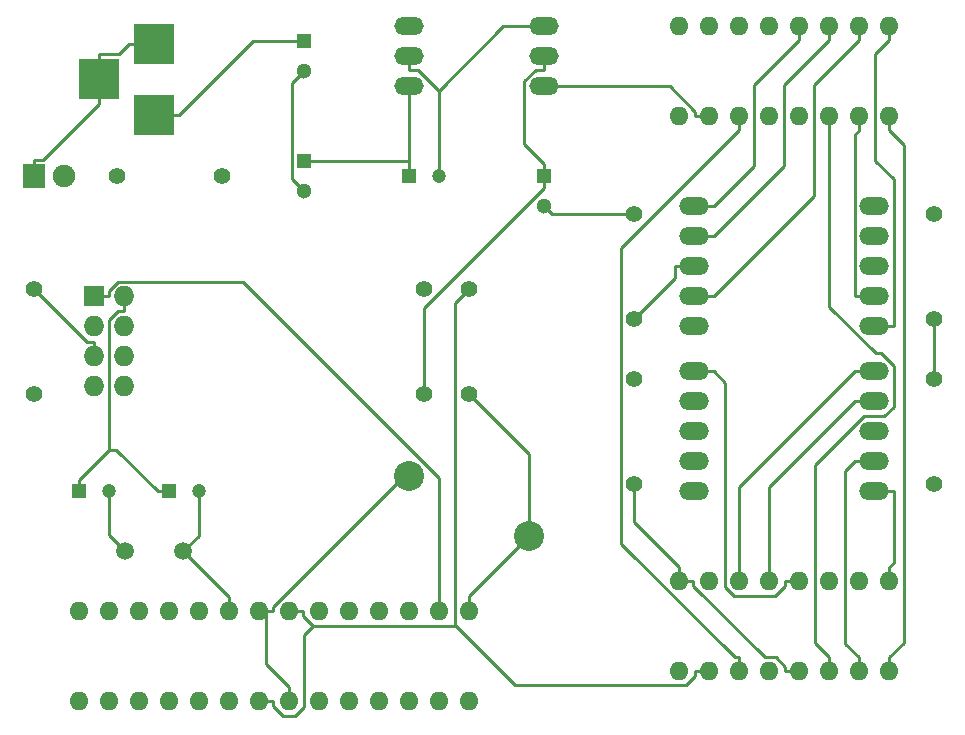
<source format=gbr>
G04 #@! TF.FileFunction,Copper,L2,Bot,Signal*
%FSLAX46Y46*%
G04 Gerber Fmt 4.6, Leading zero omitted, Abs format (unit mm)*
G04 Created by KiCad (PCBNEW 4.0.2-stable) date Sunday, 21 August 2016 'amt' 04:24:01*
%MOMM*%
G01*
G04 APERTURE LIST*
%ADD10C,0.100000*%
%ADD11O,2.499360X1.501140*%
%ADD12R,3.500120X3.500120*%
%ADD13C,1.300000*%
%ADD14R,1.300000X1.300000*%
%ADD15R,1.200000X1.200000*%
%ADD16C,1.200000*%
%ADD17R,1.900000X2.000000*%
%ADD18C,1.900000*%
%ADD19O,2.524000X1.524000*%
%ADD20R,1.727200X1.727200*%
%ADD21O,1.727200X1.727200*%
%ADD22O,1.600000X1.600000*%
%ADD23C,1.397000*%
%ADD24C,2.540000*%
%ADD25C,1.501140*%
%ADD26C,0.250000*%
G04 APERTURE END LIST*
D10*
D11*
X92710000Y-77470000D03*
X92710000Y-74930000D03*
X92710000Y-80010000D03*
X104140000Y-77470000D03*
X104140000Y-74930000D03*
X104140000Y-80010000D03*
D12*
X71120000Y-82400140D03*
X71120000Y-76400660D03*
X66421000Y-79400400D03*
D13*
X83820000Y-78700000D03*
D14*
X83820000Y-76200000D03*
D13*
X83820000Y-88860000D03*
D14*
X83820000Y-86360000D03*
D15*
X92710000Y-87630000D03*
D16*
X95210000Y-87630000D03*
D13*
X104140000Y-90130000D03*
D14*
X104140000Y-87630000D03*
D15*
X64770000Y-114300000D03*
D16*
X67270000Y-114300000D03*
D15*
X72390000Y-114300000D03*
D16*
X74890000Y-114300000D03*
D17*
X60960000Y-87630000D03*
D18*
X63500000Y-87630000D03*
D19*
X116840000Y-90170000D03*
X116840000Y-92710000D03*
X116840000Y-95250000D03*
X116840000Y-97790000D03*
X116840000Y-100330000D03*
X132080000Y-100330000D03*
X132080000Y-97790000D03*
X132080000Y-95250000D03*
X132080000Y-92710000D03*
X132080000Y-90170000D03*
X116840000Y-104140000D03*
X116840000Y-106680000D03*
X116840000Y-109220000D03*
X116840000Y-111760000D03*
X116840000Y-114300000D03*
X132080000Y-114300000D03*
X132080000Y-111760000D03*
X132080000Y-109220000D03*
X132080000Y-106680000D03*
X132080000Y-104140000D03*
D20*
X66040000Y-97790000D03*
D21*
X68580000Y-97790000D03*
X66040000Y-100330000D03*
X68580000Y-100330000D03*
X66040000Y-102870000D03*
X68580000Y-102870000D03*
X66040000Y-105410000D03*
X68580000Y-105410000D03*
D22*
X97790000Y-124460000D03*
X95250000Y-124460000D03*
X92710000Y-124460000D03*
X90170000Y-124460000D03*
X87630000Y-124460000D03*
X85090000Y-124460000D03*
X82550000Y-124460000D03*
X80010000Y-124460000D03*
X77470000Y-124460000D03*
X74930000Y-124460000D03*
X72390000Y-124460000D03*
X69850000Y-124460000D03*
X67310000Y-124460000D03*
X64770000Y-124460000D03*
X64770000Y-132080000D03*
X67310000Y-132080000D03*
X69850000Y-132080000D03*
X72390000Y-132080000D03*
X74930000Y-132080000D03*
X77470000Y-132080000D03*
X80010000Y-132080000D03*
X82550000Y-132080000D03*
X85090000Y-132080000D03*
X87630000Y-132080000D03*
X90170000Y-132080000D03*
X92710000Y-132080000D03*
X95250000Y-132080000D03*
X97790000Y-132080000D03*
D23*
X67945000Y-87630000D03*
X76835000Y-87630000D03*
X97790000Y-97155000D03*
X97790000Y-106045000D03*
X137160000Y-99695000D03*
X137160000Y-90805000D03*
X111760000Y-90805000D03*
X111760000Y-99695000D03*
X111760000Y-113665000D03*
X111760000Y-104775000D03*
X137160000Y-104775000D03*
X137160000Y-113665000D03*
X93980000Y-106045000D03*
X93980000Y-97155000D03*
X60960000Y-97155000D03*
X60960000Y-106045000D03*
D22*
X133350000Y-74930000D03*
X130810000Y-74930000D03*
X128270000Y-74930000D03*
X125730000Y-74930000D03*
X123190000Y-74930000D03*
X120650000Y-74930000D03*
X118110000Y-74930000D03*
X115570000Y-74930000D03*
X115570000Y-82550000D03*
X118110000Y-82550000D03*
X120650000Y-82550000D03*
X123190000Y-82550000D03*
X125730000Y-82550000D03*
X128270000Y-82550000D03*
X130810000Y-82550000D03*
X133350000Y-82550000D03*
X133350000Y-121920000D03*
X130810000Y-121920000D03*
X128270000Y-121920000D03*
X125730000Y-121920000D03*
X123190000Y-121920000D03*
X120650000Y-121920000D03*
X118110000Y-121920000D03*
X115570000Y-121920000D03*
X115570000Y-129540000D03*
X118110000Y-129540000D03*
X120650000Y-129540000D03*
X123190000Y-129540000D03*
X125730000Y-129540000D03*
X128270000Y-129540000D03*
X130810000Y-129540000D03*
X133350000Y-129540000D03*
D24*
X102870000Y-118110000D03*
X92710000Y-113030000D03*
D25*
X73560940Y-119380000D03*
X68679060Y-119380000D03*
D26*
X137160000Y-104775000D02*
X137160000Y-99695000D01*
X82785400Y-79734600D02*
X83820000Y-78700000D01*
X82785400Y-87825400D02*
X82785400Y-79734600D01*
X83820000Y-88860000D02*
X82785400Y-87825400D01*
X68120300Y-77275000D02*
X66421000Y-77275000D01*
X68994600Y-76400700D02*
X68120300Y-77275000D01*
X71120000Y-76400700D02*
X68994600Y-76400700D01*
X66421000Y-79400400D02*
X66421000Y-77275000D01*
X92710000Y-77470000D02*
X92710000Y-78595900D01*
X100672200Y-74930000D02*
X95210000Y-80392200D01*
X104140000Y-74930000D02*
X100672200Y-74930000D01*
X93413700Y-78595900D02*
X95210000Y-80392200D01*
X92710000Y-78595900D02*
X93413700Y-78595900D01*
X95210000Y-80392200D02*
X95210000Y-87630000D01*
X64770000Y-114300000D02*
X64770000Y-113324700D01*
X68580000Y-97790000D02*
X68580000Y-99028900D01*
X67899400Y-110784700D02*
X67310000Y-110784700D01*
X71414700Y-114300000D02*
X67899400Y-110784700D01*
X64770000Y-113324700D02*
X67310000Y-110784700D01*
X68066600Y-99028900D02*
X68580000Y-99028900D01*
X67310000Y-99785500D02*
X68066600Y-99028900D01*
X67310000Y-110784700D02*
X67310000Y-99785500D01*
X72390000Y-114300000D02*
X71414700Y-114300000D01*
X104815000Y-90805000D02*
X111760000Y-90805000D01*
X104140000Y-90130000D02*
X104815000Y-90805000D01*
X81185300Y-124094700D02*
X81185300Y-124460000D01*
X92250000Y-113030000D02*
X81185300Y-124094700D01*
X92710000Y-113030000D02*
X92250000Y-113030000D01*
X80010000Y-124460000D02*
X80597700Y-124460000D01*
X80597700Y-124460000D02*
X81185300Y-124460000D01*
X80597700Y-128952400D02*
X82550000Y-130904700D01*
X80597700Y-124460000D02*
X80597700Y-128952400D01*
X82550000Y-132080000D02*
X82550000Y-130904700D01*
X115570000Y-121920000D02*
X115570000Y-120744700D01*
X116745300Y-122285300D02*
X116745300Y-121920000D01*
X122824700Y-128364700D02*
X116745300Y-122285300D01*
X123746800Y-128364700D02*
X122824700Y-128364700D01*
X124554700Y-129172600D02*
X123746800Y-128364700D01*
X124554700Y-129540000D02*
X124554700Y-129172600D01*
X125730000Y-129540000D02*
X124554700Y-129540000D01*
X115570000Y-121920000D02*
X116745300Y-121920000D01*
X111760000Y-116934700D02*
X111760000Y-113665000D01*
X115570000Y-120744700D02*
X111760000Y-116934700D01*
X61692100Y-86254700D02*
X66421000Y-81525800D01*
X60960000Y-86254700D02*
X61692100Y-86254700D01*
X66421000Y-79400400D02*
X66421000Y-81525800D01*
X60960000Y-87630000D02*
X60960000Y-86254700D01*
X79445500Y-76200000D02*
X73245400Y-82400100D01*
X83820000Y-76200000D02*
X79445500Y-76200000D01*
X71120000Y-82400100D02*
X73245400Y-82400100D01*
X134576700Y-84952000D02*
X133350000Y-83725300D01*
X134576700Y-127138000D02*
X134576700Y-84952000D01*
X133350000Y-128364700D02*
X134576700Y-127138000D01*
X133350000Y-129540000D02*
X133350000Y-128364700D01*
X133350000Y-82550000D02*
X133350000Y-83725300D01*
X83820000Y-86360000D02*
X84845300Y-86360000D01*
X92710000Y-86360000D02*
X84845300Y-86360000D01*
X92710000Y-87630000D02*
X92710000Y-86360000D01*
X92710000Y-86360000D02*
X92710000Y-80010000D01*
X116934700Y-82184700D02*
X116934700Y-82550000D01*
X114760000Y-80010000D02*
X116934700Y-82184700D01*
X104140000Y-80010000D02*
X114760000Y-80010000D01*
X118110000Y-82550000D02*
X116934700Y-82550000D01*
X118110000Y-129540000D02*
X116934700Y-129540000D01*
X96599400Y-98345600D02*
X96599400Y-125635200D01*
X97790000Y-97155000D02*
X96599400Y-98345600D01*
X116934700Y-129907300D02*
X116934700Y-129540000D01*
X116108000Y-130734000D02*
X116934700Y-129907300D01*
X101698200Y-130734000D02*
X116108000Y-130734000D01*
X96599400Y-125635200D02*
X101698200Y-130734000D01*
X82550000Y-124460000D02*
X83725300Y-124460000D01*
X83820000Y-126456000D02*
X84588000Y-125688000D01*
X83820000Y-132550800D02*
X83820000Y-126456000D01*
X83051300Y-133319500D02*
X83820000Y-132550800D01*
X82057500Y-133319500D02*
X83051300Y-133319500D01*
X81185300Y-132447300D02*
X82057500Y-133319500D01*
X81185300Y-132080000D02*
X81185300Y-132447300D01*
X96546600Y-125688000D02*
X84588000Y-125688000D01*
X96599400Y-125635200D02*
X96546600Y-125688000D01*
X83725300Y-124825300D02*
X83725300Y-124460000D01*
X84588000Y-125688000D02*
X83725300Y-124825300D01*
X80010000Y-132080000D02*
X81185300Y-132080000D01*
X104140000Y-77470000D02*
X104140000Y-78595900D01*
X93980000Y-98815300D02*
X93980000Y-106045000D01*
X104140000Y-88655300D02*
X93980000Y-98815300D01*
X103415600Y-78595900D02*
X104140000Y-78595900D01*
X102462900Y-79548600D02*
X103415600Y-78595900D01*
X102462900Y-84927600D02*
X102462900Y-79548600D01*
X104140000Y-86604700D02*
X102462900Y-84927600D01*
X104140000Y-87630000D02*
X104140000Y-86604700D01*
X104140000Y-87630000D02*
X104140000Y-88655300D01*
X67270000Y-117970900D02*
X67270000Y-114300000D01*
X68679100Y-119380000D02*
X67270000Y-117970900D01*
X77470000Y-124460000D02*
X77470000Y-123284700D01*
X77465600Y-123284700D02*
X73560900Y-119380000D01*
X77470000Y-123284700D02*
X77465600Y-123284700D01*
X74890000Y-118050900D02*
X73560900Y-119380000D01*
X74890000Y-114300000D02*
X74890000Y-118050900D01*
X125730000Y-74930000D02*
X125730000Y-76105300D01*
X116840000Y-90170000D02*
X118477300Y-90170000D01*
X121920000Y-86727300D02*
X118477300Y-90170000D01*
X121920000Y-79915300D02*
X121920000Y-86727300D01*
X125730000Y-76105300D02*
X121920000Y-79915300D01*
X124460000Y-86727300D02*
X118477300Y-92710000D01*
X124460000Y-79915300D02*
X124460000Y-86727300D01*
X128270000Y-76105300D02*
X124460000Y-79915300D01*
X128270000Y-74930000D02*
X128270000Y-76105300D01*
X116840000Y-92710000D02*
X118477300Y-92710000D01*
X115202700Y-96252300D02*
X115202700Y-95250000D01*
X111760000Y-99695000D02*
X115202700Y-96252300D01*
X116840000Y-95250000D02*
X115202700Y-95250000D01*
X127000000Y-89267300D02*
X118477300Y-97790000D01*
X127000000Y-79915300D02*
X127000000Y-89267300D01*
X130810000Y-76105300D02*
X127000000Y-79915300D01*
X130810000Y-74930000D02*
X130810000Y-76105300D01*
X116840000Y-97790000D02*
X118477300Y-97790000D01*
X133717300Y-87850200D02*
X133717300Y-100330000D01*
X132159400Y-86292300D02*
X133717300Y-87850200D01*
X132159400Y-77295900D02*
X132159400Y-86292300D01*
X133350000Y-76105300D02*
X132159400Y-77295900D01*
X133350000Y-74930000D02*
X133350000Y-76105300D01*
X132080000Y-100330000D02*
X133717300Y-100330000D01*
X130442700Y-84092600D02*
X130442700Y-97790000D01*
X130810000Y-83725300D02*
X130442700Y-84092600D01*
X130810000Y-82550000D02*
X130810000Y-83725300D01*
X132080000Y-97790000D02*
X130442700Y-97790000D01*
X119448800Y-105111500D02*
X118477300Y-104140000D01*
X119448800Y-122400600D02*
X119448800Y-105111500D01*
X120191800Y-123143600D02*
X119448800Y-122400600D01*
X123698400Y-123143600D02*
X120191800Y-123143600D01*
X124554700Y-122287300D02*
X123698400Y-123143600D01*
X124554700Y-121920000D02*
X124554700Y-122287300D01*
X125730000Y-121920000D02*
X124554700Y-121920000D01*
X116840000Y-104140000D02*
X118477300Y-104140000D01*
X133717300Y-120377400D02*
X133717300Y-114300000D01*
X133350000Y-120744700D02*
X133717300Y-120377400D01*
X132080000Y-114300000D02*
X133717300Y-114300000D01*
X133350000Y-121920000D02*
X133350000Y-120744700D01*
X129629100Y-112573600D02*
X130442700Y-111760000D01*
X129629100Y-127183800D02*
X129629100Y-112573600D01*
X130810000Y-128364700D02*
X129629100Y-127183800D01*
X130810000Y-129540000D02*
X130810000Y-128364700D01*
X132080000Y-111760000D02*
X130442700Y-111760000D01*
X123190000Y-113932700D02*
X130442700Y-106680000D01*
X123190000Y-121920000D02*
X123190000Y-113932700D01*
X132080000Y-106680000D02*
X130442700Y-106680000D01*
X120650000Y-113932700D02*
X130442700Y-104140000D01*
X120650000Y-121920000D02*
X120650000Y-113932700D01*
X132080000Y-104140000D02*
X130442700Y-104140000D01*
X67278900Y-97325300D02*
X67278900Y-97790000D01*
X68053100Y-96551100D02*
X67278900Y-97325300D01*
X78623300Y-96551100D02*
X68053100Y-96551100D01*
X95250000Y-113177800D02*
X78623300Y-96551100D01*
X95250000Y-124460000D02*
X95250000Y-113177800D01*
X66040000Y-97790000D02*
X67278900Y-97790000D01*
X65436100Y-101631100D02*
X66040000Y-101631100D01*
X60960000Y-97155000D02*
X65436100Y-101631100D01*
X66040000Y-102870000D02*
X66040000Y-101631100D01*
X97790000Y-123190000D02*
X97790000Y-124460000D01*
X102870000Y-118110000D02*
X97790000Y-123190000D01*
X102870000Y-111125000D02*
X102870000Y-118110000D01*
X97790000Y-106045000D02*
X102870000Y-111125000D01*
X128270000Y-98696600D02*
X128270000Y-82550000D01*
X132200100Y-102626700D02*
X128270000Y-98696600D01*
X132675200Y-102626700D02*
X132200100Y-102626700D01*
X133721500Y-103673000D02*
X132675200Y-102626700D01*
X133721500Y-107155100D02*
X133721500Y-103673000D01*
X132926600Y-107950000D02*
X133721500Y-107155100D01*
X131186800Y-107950000D02*
X132926600Y-107950000D01*
X127067700Y-112069100D02*
X131186800Y-107950000D01*
X127067700Y-127162400D02*
X127067700Y-112069100D01*
X128270000Y-128364700D02*
X127067700Y-127162400D01*
X128270000Y-129540000D02*
X128270000Y-128364700D01*
X120284700Y-128364700D02*
X120650000Y-128364700D01*
X110652500Y-118732500D02*
X120284700Y-128364700D01*
X110652500Y-93722800D02*
X110652500Y-118732500D01*
X120650000Y-83725300D02*
X110652500Y-93722800D01*
X120650000Y-82550000D02*
X120650000Y-83725300D01*
X120650000Y-129540000D02*
X120650000Y-128364700D01*
M02*

</source>
